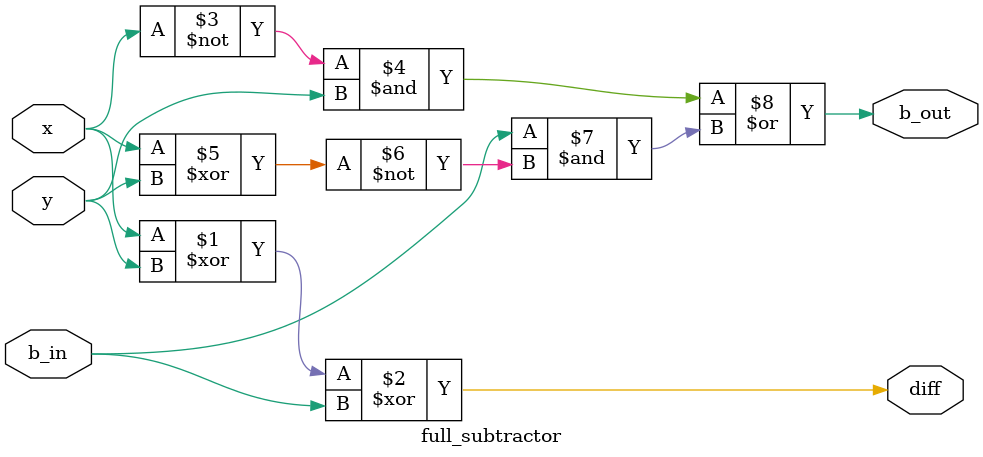
<source format=v>
module full_subtractor
(
	x,
	y,
	b_in,
	diff,
	b_out
);

	input x;
	input y;
	input b_in;
	output diff;
	output b_out;

	assign diff = x ^ y ^ b_in;
	assign b_out = (~x & y) | (b_in & ~(x ^ y));

endmodule


</source>
